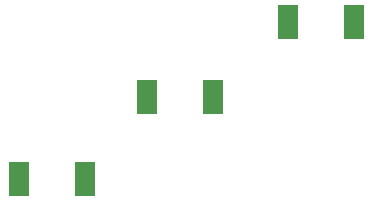
<source format=gbr>
G04 DesignSpark PCB Gerber Version 9.0 Build 5138 *
G04 #@! TF.Part,Single*
G04 #@! TF.FileFunction,Paste,Bot *
G04 #@! TF.FilePolarity,Positive *
%FSLAX35Y35*%
%MOIN*%
G04 #@! TA.AperFunction,SMDPad,CuDef*
%ADD148R,0.06700X0.11800*%
X0Y0D02*
D02*
D148*
X61297Y24778D03*
X83297D03*
X103817Y52337D03*
X125817D03*
X151061Y77140D03*
X173061D03*
X0Y0D02*
M02*

</source>
